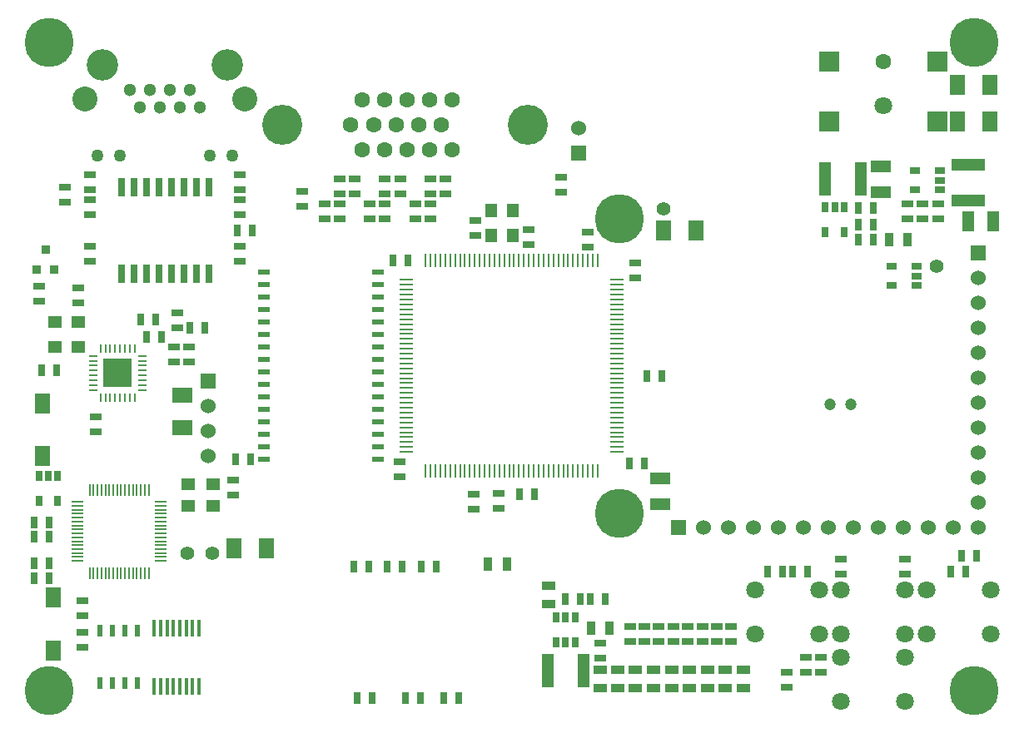
<source format=gts>
G04 (created by PCBNEW (2013-mar-13)-stable) date Fri 15 Jan 2016 11:02:54 AM CET*
%MOIN*%
G04 Gerber Fmt 3.4, Leading zero omitted, Abs format*
%FSLAX34Y34*%
G01*
G70*
G90*
G04 APERTURE LIST*
%ADD10C,0.005906*%
%ADD11C,0.196850*%
%ADD12C,0.051181*%
%ADD13C,0.125984*%
%ADD14C,0.100000*%
%ADD15C,0.050000*%
%ADD16C,0.160000*%
%ADD17C,0.063000*%
%ADD18R,0.053100X0.011400*%
%ADD19R,0.011400X0.053100*%
%ADD20R,0.031500X0.074800*%
%ADD21R,0.008063X0.047200*%
%ADD22R,0.047200X0.008063*%
%ADD23R,0.033500X0.011000*%
%ADD24R,0.011000X0.033500*%
%ADD25R,0.118100X0.118100*%
%ADD26R,0.045000X0.025000*%
%ADD27R,0.025000X0.045000*%
%ADD28R,0.055118X0.048800*%
%ADD29R,0.050000X0.023622*%
%ADD30R,0.027600X0.039400*%
%ADD31R,0.051181X0.133858*%
%ADD32R,0.020000X0.045000*%
%ADD33R,0.035000X0.055000*%
%ADD34R,0.055000X0.035000*%
%ADD35R,0.059055X0.078740*%
%ADD36R,0.011800X0.070100*%
%ADD37R,0.080000X0.060000*%
%ADD38R,0.078740X0.078740*%
%ADD39C,0.062992*%
%ADD40C,0.070866*%
%ADD41R,0.060000X0.080000*%
%ADD42R,0.133858X0.051181*%
%ADD43R,0.039400X0.027600*%
%ADD44R,0.047200X0.078700*%
%ADD45C,0.055100*%
%ADD46R,0.055100X0.047200*%
%ADD47R,0.036000X0.036000*%
%ADD48R,0.060000X0.060000*%
%ADD49C,0.060000*%
%ADD50R,0.078700X0.047200*%
%ADD51R,0.047200X0.055100*%
%ADD52C,0.070900*%
%ADD53C,0.047200*%
G04 APERTURE END LIST*
G54D10*
G54D11*
X40531Y-20885D03*
X77566Y-20885D03*
X40531Y-46881D03*
X77566Y-46881D03*
G54D12*
X44570Y-22810D03*
X45775Y-23510D03*
X44972Y-23510D03*
X43767Y-22810D03*
X44169Y-23510D03*
X45374Y-22810D03*
X46578Y-23510D03*
X46177Y-22810D03*
G54D13*
X47673Y-21810D03*
X42673Y-21810D03*
G54D14*
X48374Y-23160D03*
X41972Y-23160D03*
G54D15*
X47874Y-25424D03*
X46972Y-25424D03*
X43374Y-25424D03*
X42472Y-25424D03*
G54D16*
X49854Y-24190D03*
X59696Y-24190D03*
G54D17*
X56677Y-23190D03*
X56226Y-24190D03*
X55775Y-23190D03*
X54874Y-23190D03*
X53972Y-23190D03*
X53070Y-23190D03*
X55324Y-24190D03*
X54423Y-24190D03*
X53521Y-24190D03*
X52620Y-24190D03*
X56677Y-25190D03*
X55775Y-25190D03*
X54874Y-25190D03*
X53972Y-25190D03*
X53070Y-25190D03*
G54D18*
X54833Y-30413D03*
X54833Y-30610D03*
X54833Y-30807D03*
X54833Y-31004D03*
X54833Y-31201D03*
X54833Y-31397D03*
X54833Y-31594D03*
X54833Y-31791D03*
X54833Y-31988D03*
X54833Y-32185D03*
X54833Y-32382D03*
X54833Y-32578D03*
X54833Y-32775D03*
X54833Y-32972D03*
X54833Y-33169D03*
X54833Y-33366D03*
X54833Y-33563D03*
X54833Y-33760D03*
X54833Y-33956D03*
X54833Y-34153D03*
X54833Y-34350D03*
X54833Y-34547D03*
X54833Y-34744D03*
X54833Y-34941D03*
X54833Y-35138D03*
X54833Y-35334D03*
X54833Y-35531D03*
X54833Y-35728D03*
X54833Y-35925D03*
X54833Y-36122D03*
X54833Y-36319D03*
X54833Y-36515D03*
X54833Y-36712D03*
X54833Y-36909D03*
X54833Y-37106D03*
X54833Y-37303D03*
G54D19*
X55610Y-38080D03*
X55807Y-38080D03*
X56004Y-38080D03*
X56201Y-38080D03*
X56398Y-38080D03*
X56594Y-38080D03*
X56791Y-38080D03*
X56988Y-38080D03*
X57185Y-38080D03*
X57382Y-38080D03*
X57579Y-38080D03*
X57775Y-38080D03*
X57972Y-38080D03*
X58169Y-38080D03*
X58366Y-38080D03*
X58563Y-38080D03*
X58760Y-38080D03*
X58957Y-38080D03*
X59153Y-38080D03*
X59350Y-38080D03*
X59547Y-38080D03*
X59744Y-38080D03*
X59941Y-38080D03*
X60138Y-38080D03*
X60335Y-38080D03*
X60531Y-38080D03*
X60728Y-38080D03*
X60925Y-38080D03*
X61122Y-38080D03*
X61319Y-38080D03*
X61516Y-38080D03*
X61712Y-38080D03*
X61909Y-38080D03*
X62106Y-38080D03*
X62303Y-38080D03*
X62500Y-38080D03*
G54D18*
X63277Y-37303D03*
X63277Y-37106D03*
X63277Y-36909D03*
X63277Y-36712D03*
X63277Y-36515D03*
X63277Y-36319D03*
X63277Y-36122D03*
X63277Y-35925D03*
X63277Y-35728D03*
X63277Y-35531D03*
X63277Y-35334D03*
X63277Y-35138D03*
X63277Y-34941D03*
X63277Y-34744D03*
X63277Y-34547D03*
X63277Y-34350D03*
X63277Y-34153D03*
X63277Y-33956D03*
X63277Y-33760D03*
X63277Y-33563D03*
X63277Y-33366D03*
X63277Y-33169D03*
X63277Y-32972D03*
X63277Y-32775D03*
X63277Y-32578D03*
X63277Y-32382D03*
X63277Y-32185D03*
X63277Y-31988D03*
X63277Y-31791D03*
X63277Y-31594D03*
X63277Y-31397D03*
X63277Y-31201D03*
X63277Y-31004D03*
X63277Y-30807D03*
X63277Y-30610D03*
X63277Y-30413D03*
G54D19*
X62500Y-29636D03*
X62303Y-29636D03*
X62106Y-29636D03*
X61909Y-29636D03*
X61712Y-29636D03*
X61516Y-29636D03*
X61319Y-29636D03*
X61122Y-29636D03*
X60925Y-29636D03*
X60728Y-29636D03*
X60531Y-29636D03*
X60335Y-29636D03*
X60138Y-29636D03*
X59941Y-29636D03*
X59744Y-29636D03*
X59547Y-29636D03*
X59350Y-29636D03*
X59153Y-29636D03*
X58957Y-29636D03*
X58760Y-29636D03*
X58563Y-29636D03*
X58366Y-29636D03*
X58169Y-29636D03*
X57972Y-29636D03*
X57775Y-29636D03*
X57579Y-29636D03*
X57382Y-29636D03*
X57185Y-29636D03*
X56988Y-29636D03*
X56791Y-29636D03*
X56594Y-29636D03*
X56398Y-29636D03*
X56201Y-29636D03*
X56004Y-29636D03*
X55807Y-29636D03*
X55610Y-29636D03*
G54D20*
X44923Y-30154D03*
X45423Y-30154D03*
X45923Y-30154D03*
X44423Y-30154D03*
X46423Y-30154D03*
X43923Y-30154D03*
X43423Y-30154D03*
X46923Y-30154D03*
X43423Y-26706D03*
X46923Y-26706D03*
X46423Y-26706D03*
X45923Y-26706D03*
X45423Y-26706D03*
X44923Y-26706D03*
X44423Y-26706D03*
X43923Y-26706D03*
G54D21*
X44521Y-38817D03*
X44363Y-38817D03*
X44206Y-38817D03*
X44048Y-38817D03*
X43891Y-38817D03*
X43733Y-38817D03*
X43576Y-38817D03*
X43418Y-38817D03*
X43261Y-38817D03*
X43103Y-38817D03*
X42946Y-38817D03*
X42788Y-38817D03*
X42631Y-38817D03*
X42473Y-38817D03*
X42316Y-38817D03*
X42158Y-38817D03*
G54D22*
X41667Y-39308D03*
X41667Y-39466D03*
X41667Y-39623D03*
X41667Y-39781D03*
X41667Y-39938D03*
X41667Y-40096D03*
X41667Y-40253D03*
X41667Y-40411D03*
G54D21*
X42158Y-42163D03*
X42316Y-42163D03*
X42473Y-42163D03*
X42631Y-42163D03*
X42788Y-42163D03*
X42946Y-42163D03*
X43103Y-42163D03*
X43261Y-42163D03*
X43418Y-42163D03*
X43576Y-42163D03*
X43733Y-42163D03*
X43891Y-42163D03*
G54D22*
X45013Y-41671D03*
X45013Y-41513D03*
X45013Y-41356D03*
X45013Y-41198D03*
X45013Y-41041D03*
X45013Y-40883D03*
X45013Y-40726D03*
X45013Y-40568D03*
X45013Y-40411D03*
X45013Y-40253D03*
X45013Y-40096D03*
X45013Y-39938D03*
X41667Y-40568D03*
X41667Y-40726D03*
X41667Y-40883D03*
X41667Y-41041D03*
X41667Y-41198D03*
X41667Y-41356D03*
X41667Y-41513D03*
X41667Y-41671D03*
G54D21*
X44048Y-42163D03*
X44206Y-42163D03*
X44363Y-42163D03*
X44521Y-42163D03*
G54D22*
X45013Y-39781D03*
X45013Y-39623D03*
X45013Y-39466D03*
X45013Y-39308D03*
G54D23*
X42296Y-34829D03*
G54D24*
X42591Y-35124D03*
G54D23*
X44264Y-34829D03*
X44264Y-34632D03*
X44264Y-34435D03*
X44264Y-34238D03*
X44264Y-33845D03*
X44264Y-33648D03*
G54D24*
X43182Y-33156D03*
G54D23*
X44264Y-33451D03*
G54D24*
X43969Y-33156D03*
X43772Y-33156D03*
X43575Y-33156D03*
X43378Y-33156D03*
X42985Y-33156D03*
X42788Y-33156D03*
X42591Y-33156D03*
G54D23*
X42296Y-33451D03*
X42296Y-33648D03*
X42296Y-33845D03*
X42296Y-34042D03*
X42296Y-34238D03*
X42296Y-34435D03*
X42296Y-34632D03*
G54D25*
X43280Y-34140D03*
G54D23*
X44264Y-34042D03*
G54D24*
X43969Y-35124D03*
X43772Y-35124D03*
X43575Y-35124D03*
X43378Y-35124D03*
X43182Y-35124D03*
X42985Y-35124D03*
X42788Y-35124D03*
G54D26*
X42170Y-29060D03*
X42170Y-29660D03*
X48170Y-29060D03*
X48170Y-29660D03*
X51570Y-27380D03*
X51570Y-27980D03*
X52170Y-27980D03*
X52170Y-27380D03*
X52170Y-26980D03*
X52170Y-26380D03*
X52770Y-26980D03*
X52770Y-26380D03*
X53370Y-27380D03*
X53370Y-27980D03*
X53970Y-27980D03*
X53970Y-27380D03*
X53970Y-26980D03*
X53970Y-26380D03*
X54590Y-26980D03*
X54590Y-26380D03*
X55190Y-27380D03*
X55190Y-27980D03*
X55790Y-27980D03*
X55790Y-27380D03*
X55790Y-26980D03*
X55790Y-26380D03*
X56390Y-26980D03*
X56390Y-26380D03*
X48170Y-27200D03*
X48170Y-27800D03*
X42170Y-27800D03*
X42170Y-27200D03*
X42170Y-26800D03*
X42170Y-26200D03*
X48170Y-26200D03*
X48170Y-26800D03*
X45530Y-33710D03*
X45530Y-33110D03*
G54D27*
X44430Y-32690D03*
X45030Y-32690D03*
X46760Y-32340D03*
X46160Y-32340D03*
X40850Y-34030D03*
X40250Y-34030D03*
G54D26*
X46130Y-33110D03*
X46130Y-33710D03*
G54D27*
X44220Y-32010D03*
X44820Y-32010D03*
G54D26*
X45660Y-32340D03*
X45660Y-31740D03*
G54D28*
X40767Y-32110D03*
X40767Y-33110D03*
X41692Y-33110D03*
X41692Y-32110D03*
G54D29*
X49126Y-31608D03*
X49126Y-32108D03*
X49126Y-32608D03*
X49126Y-33108D03*
X49126Y-33608D03*
X49126Y-35608D03*
X49126Y-36108D03*
X49126Y-36608D03*
X49126Y-37108D03*
X49126Y-37608D03*
X53693Y-37608D03*
X53693Y-37108D03*
X53693Y-36608D03*
X53693Y-36108D03*
X53693Y-35608D03*
X53693Y-33608D03*
X53693Y-33108D03*
X53693Y-32608D03*
X53693Y-32108D03*
X53693Y-31608D03*
X53693Y-31108D03*
X53693Y-30608D03*
X53693Y-30108D03*
X53693Y-35108D03*
X53693Y-34608D03*
X53693Y-34108D03*
X49126Y-35108D03*
X49126Y-34608D03*
X49126Y-34108D03*
X49126Y-31108D03*
X49126Y-30608D03*
X49126Y-30108D03*
G54D27*
X53460Y-47160D03*
X52860Y-47160D03*
X54800Y-47160D03*
X55400Y-47160D03*
X53330Y-41890D03*
X52730Y-41890D03*
X61220Y-43210D03*
X61820Y-43210D03*
X62220Y-43210D03*
X62820Y-43210D03*
X54680Y-41890D03*
X54080Y-41890D03*
G54D30*
X60845Y-43940D03*
X61220Y-43940D03*
X61595Y-43940D03*
X61595Y-44940D03*
X61220Y-44940D03*
X60845Y-44940D03*
G54D31*
X61923Y-46055D03*
X60506Y-46055D03*
G54D32*
X42560Y-44480D03*
X42560Y-46580D03*
X43060Y-44480D03*
X43560Y-44480D03*
X44060Y-44480D03*
X43060Y-46580D03*
X43560Y-46580D03*
X44060Y-46580D03*
G54D27*
X64360Y-37780D03*
X63760Y-37780D03*
G54D33*
X62225Y-44350D03*
X62975Y-44350D03*
G54D34*
X60525Y-42655D03*
X60525Y-43405D03*
G54D27*
X56030Y-41890D03*
X55430Y-41890D03*
X40530Y-42360D03*
X39930Y-42360D03*
X39930Y-41760D03*
X40530Y-41760D03*
G54D35*
X40700Y-45272D03*
X40700Y-43147D03*
G54D36*
X44744Y-46699D03*
X45000Y-46699D03*
X45256Y-46699D03*
X45512Y-46699D03*
X45767Y-46699D03*
X46023Y-46699D03*
X46279Y-46699D03*
X46535Y-46699D03*
X46535Y-44361D03*
X46279Y-44361D03*
X46023Y-44361D03*
X45767Y-44361D03*
X45512Y-44361D03*
X45256Y-44361D03*
X45000Y-44361D03*
X44744Y-44361D03*
G54D37*
X45860Y-35020D03*
X45860Y-36320D03*
G54D27*
X40530Y-40120D03*
X39930Y-40120D03*
G54D35*
X40280Y-35354D03*
X40280Y-37480D03*
G54D38*
X76115Y-21660D03*
X71784Y-21660D03*
G54D39*
X73950Y-21660D03*
G54D38*
X76115Y-24081D03*
X71784Y-24081D03*
G54D40*
X73950Y-23431D03*
G54D34*
X68340Y-46015D03*
X68340Y-46765D03*
G54D26*
X67850Y-44310D03*
X67850Y-44910D03*
G54D34*
X63300Y-46015D03*
X63300Y-46765D03*
G54D26*
X63790Y-44310D03*
X63790Y-44910D03*
X67270Y-44310D03*
X67270Y-44910D03*
X66690Y-44310D03*
X66690Y-44910D03*
X66110Y-44310D03*
X66110Y-44910D03*
X65530Y-44310D03*
X65530Y-44910D03*
X64950Y-44310D03*
X64950Y-44910D03*
X64370Y-44310D03*
X64370Y-44910D03*
G54D34*
X67620Y-46015D03*
X67620Y-46765D03*
X66900Y-46015D03*
X66900Y-46765D03*
X66180Y-46015D03*
X66180Y-46765D03*
X65460Y-46015D03*
X65460Y-46765D03*
X64740Y-46015D03*
X64740Y-46765D03*
X64020Y-46015D03*
X64020Y-46765D03*
G54D41*
X76920Y-22600D03*
X78220Y-22600D03*
X76920Y-24070D03*
X78220Y-24070D03*
G54D26*
X76140Y-27970D03*
X76140Y-27370D03*
G54D42*
X77330Y-25801D03*
X77330Y-27218D03*
G54D26*
X75520Y-27970D03*
X75520Y-27370D03*
X74920Y-27370D03*
X74920Y-27970D03*
G54D43*
X75220Y-26795D03*
X75220Y-26045D03*
X76220Y-26045D03*
X76220Y-26420D03*
X76220Y-26795D03*
G54D44*
X77328Y-28080D03*
X78352Y-28080D03*
G54D45*
X47060Y-41360D03*
X46060Y-41360D03*
G54D46*
X47100Y-38597D03*
X46100Y-38597D03*
X46100Y-39463D03*
X47100Y-39463D03*
G54D26*
X41690Y-31330D03*
X41690Y-30730D03*
X47910Y-39030D03*
X47910Y-38430D03*
X42400Y-35900D03*
X42400Y-36500D03*
G54D41*
X47940Y-41160D03*
X49240Y-41160D03*
G54D27*
X48670Y-28430D03*
X48070Y-28430D03*
G54D26*
X41180Y-27300D03*
X41180Y-26700D03*
G54D47*
X40740Y-29990D03*
X40040Y-29990D03*
X40390Y-29190D03*
G54D26*
X40140Y-31270D03*
X40140Y-30670D03*
X41880Y-43250D03*
X41880Y-43850D03*
G54D48*
X46920Y-34480D03*
G54D49*
X46920Y-35480D03*
X46920Y-36480D03*
X46920Y-37480D03*
G54D43*
X74280Y-30625D03*
X74280Y-29875D03*
X75280Y-29875D03*
X75280Y-30250D03*
X75280Y-30625D03*
G54D26*
X64010Y-30340D03*
X64010Y-29740D03*
G54D31*
X71611Y-26370D03*
X73028Y-26370D03*
G54D30*
X72365Y-28490D03*
X71615Y-28490D03*
X71615Y-27490D03*
X71990Y-27490D03*
X72365Y-27490D03*
G54D27*
X72930Y-27520D03*
X73530Y-27520D03*
G54D50*
X73830Y-25858D03*
X73830Y-26882D03*
G54D27*
X73530Y-28190D03*
X72930Y-28190D03*
X72930Y-28790D03*
X73530Y-28790D03*
G54D11*
X63385Y-39763D03*
X63385Y-27952D03*
G54D45*
X65140Y-27560D03*
G54D26*
X54560Y-37710D03*
X54560Y-38310D03*
G54D27*
X48600Y-37610D03*
X48000Y-37610D03*
G54D26*
X57590Y-28620D03*
X57590Y-28020D03*
X59740Y-28990D03*
X59740Y-28390D03*
X62110Y-29100D03*
X62110Y-28500D03*
X58550Y-38970D03*
X58550Y-39570D03*
G54D51*
X58227Y-27630D03*
X58227Y-28630D03*
X59093Y-28630D03*
X59093Y-27630D03*
G54D41*
X65140Y-28440D03*
X66440Y-28440D03*
G54D26*
X61050Y-26890D03*
X61050Y-26290D03*
X50660Y-27480D03*
X50660Y-26880D03*
G54D27*
X70290Y-42100D03*
X70890Y-42100D03*
G54D26*
X74800Y-42210D03*
X74800Y-41610D03*
G54D27*
X76650Y-42100D03*
X77250Y-42100D03*
G54D26*
X71450Y-45530D03*
X71450Y-46130D03*
G54D27*
X69290Y-42100D03*
X69890Y-42100D03*
G54D26*
X72240Y-41610D03*
X72240Y-42210D03*
G54D27*
X77670Y-41450D03*
X77070Y-41450D03*
G54D26*
X70850Y-46130D03*
X70850Y-45530D03*
G54D52*
X71370Y-44606D03*
X68810Y-44606D03*
X71370Y-42834D03*
X68810Y-42834D03*
X74800Y-44606D03*
X72240Y-44606D03*
X74800Y-42834D03*
X72240Y-42834D03*
X78230Y-44606D03*
X75670Y-44606D03*
X78230Y-42834D03*
X75670Y-42834D03*
X74800Y-47306D03*
X72240Y-47306D03*
X74800Y-45534D03*
X72240Y-45534D03*
G54D33*
X74165Y-28790D03*
X74915Y-28790D03*
G54D34*
X62600Y-46025D03*
X62600Y-46775D03*
G54D26*
X62590Y-45570D03*
X62590Y-44970D03*
G54D33*
X58865Y-41790D03*
X58115Y-41790D03*
G54D26*
X41880Y-45130D03*
X41880Y-44530D03*
G54D45*
X76070Y-29870D03*
G54D26*
X70060Y-46730D03*
X70060Y-46130D03*
G54D27*
X56940Y-47160D03*
X56340Y-47160D03*
G54D30*
X40885Y-39250D03*
X40135Y-39250D03*
X40135Y-38250D03*
X40510Y-38250D03*
X40885Y-38250D03*
G54D48*
X77740Y-29338D03*
G54D49*
X77740Y-30338D03*
X77740Y-31338D03*
X77740Y-32338D03*
X77740Y-33338D03*
X77740Y-34338D03*
X77740Y-35338D03*
X77740Y-36338D03*
X77740Y-37338D03*
X77740Y-38338D03*
X77740Y-39338D03*
X77740Y-40338D03*
G54D48*
X65740Y-40338D03*
G54D49*
X66740Y-40338D03*
X67740Y-40338D03*
X68740Y-40338D03*
X69740Y-40338D03*
X70740Y-40338D03*
X71740Y-40338D03*
X72740Y-40338D03*
X73740Y-40338D03*
X74740Y-40338D03*
X75740Y-40338D03*
X76740Y-40338D03*
G54D27*
X64460Y-34270D03*
X65060Y-34270D03*
X39930Y-40700D03*
X40530Y-40700D03*
G54D26*
X57540Y-39000D03*
X57540Y-39600D03*
G54D27*
X59360Y-38990D03*
X59960Y-38990D03*
G54D50*
X65010Y-39392D03*
X65010Y-38368D03*
G54D53*
X72630Y-35410D03*
X71810Y-35410D03*
G54D48*
X61740Y-25338D03*
G54D49*
X61740Y-24338D03*
G54D27*
X54920Y-29640D03*
X54320Y-29640D03*
M02*

</source>
